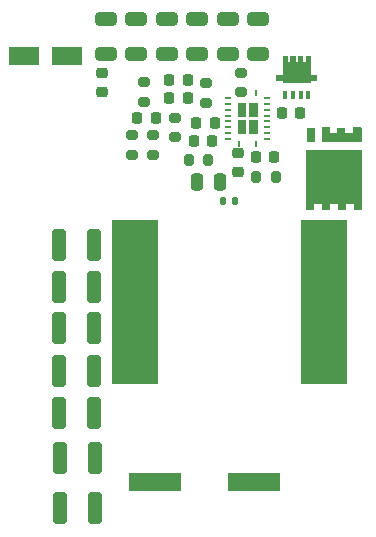
<source format=gbr>
%TF.GenerationSoftware,KiCad,Pcbnew,9.0.6*%
%TF.CreationDate,2026-02-08T18:04:32+01:00*%
%TF.ProjectId,Buck,4275636b-2e6b-4696-9361-645f70636258,B*%
%TF.SameCoordinates,Original*%
%TF.FileFunction,Paste,Top*%
%TF.FilePolarity,Positive*%
%FSLAX46Y46*%
G04 Gerber Fmt 4.6, Leading zero omitted, Abs format (unit mm)*
G04 Created by KiCad (PCBNEW 9.0.6) date 2026-02-08 18:04:32*
%MOMM*%
%LPD*%
G01*
G04 APERTURE LIST*
G04 Aperture macros list*
%AMRoundRect*
0 Rectangle with rounded corners*
0 $1 Rounding radius*
0 $2 $3 $4 $5 $6 $7 $8 $9 X,Y pos of 4 corners*
0 Add a 4 corners polygon primitive as box body*
4,1,4,$2,$3,$4,$5,$6,$7,$8,$9,$2,$3,0*
0 Add four circle primitives for the rounded corners*
1,1,$1+$1,$2,$3*
1,1,$1+$1,$4,$5*
1,1,$1+$1,$6,$7*
1,1,$1+$1,$8,$9*
0 Add four rect primitives between the rounded corners*
20,1,$1+$1,$2,$3,$4,$5,0*
20,1,$1+$1,$4,$5,$6,$7,0*
20,1,$1+$1,$6,$7,$8,$9,0*
20,1,$1+$1,$8,$9,$2,$3,0*%
%AMFreePoly0*
4,1,9,0.000001,0.700000,0.000001,0.000000,0.000000,-0.000001,-0.500000,-0.000001,-0.500001,0.000000,-0.500001,0.700000,-0.500000,0.700001,0.000000,0.700001,0.000001,0.700000,0.000001,0.700000,$1*%
%AMFreePoly1*
4,1,9,0.750001,3.365000,0.750001,0.000000,0.750000,-0.000001,0.000000,-0.000001,-0.000001,0.000000,-0.000001,3.365000,0.000000,3.365001,0.750000,3.365001,0.750001,3.365000,0.750001,3.365000,$1*%
%AMFreePoly2*
4,1,9,0.500001,0.000000,0.500001,-0.700000,0.500000,-0.700001,0.000000,-0.700001,-0.000001,-0.700000,-0.000001,0.000000,0.000000,0.000001,0.500000,0.000001,0.500001,0.000000,0.500001,0.000000,$1*%
%AMFreePoly3*
4,1,9,0.000001,0.000000,0.000001,-4.700000,0.000000,-4.700001,-4.534500,-4.700001,-4.534501,-4.700000,-4.534501,0.000000,-4.534500,0.000001,0.000000,0.000001,0.000001,0.000000,0.000001,0.000000,$1*%
G04 Aperture macros list end*
%ADD10C,0.000000*%
%ADD11RoundRect,0.250000X0.650000X-0.325000X0.650000X0.325000X-0.650000X0.325000X-0.650000X-0.325000X0*%
%ADD12RoundRect,0.225000X0.225000X0.250000X-0.225000X0.250000X-0.225000X-0.250000X0.225000X-0.250000X0*%
%ADD13RoundRect,0.200000X-0.200000X-0.275000X0.200000X-0.275000X0.200000X0.275000X-0.200000X0.275000X0*%
%ADD14RoundRect,0.250000X-0.250000X-0.475000X0.250000X-0.475000X0.250000X0.475000X-0.250000X0.475000X0*%
%ADD15RoundRect,0.225000X-0.225000X-0.250000X0.225000X-0.250000X0.225000X0.250000X-0.225000X0.250000X0*%
%ADD16RoundRect,0.250000X0.325000X1.100000X-0.325000X1.100000X-0.325000X-1.100000X0.325000X-1.100000X0*%
%ADD17RoundRect,0.250000X1.050000X0.550000X-1.050000X0.550000X-1.050000X-0.550000X1.050000X-0.550000X0*%
%ADD18RoundRect,0.225000X0.250000X-0.225000X0.250000X0.225000X-0.250000X0.225000X-0.250000X-0.225000X0*%
%ADD19RoundRect,0.200000X-0.275000X0.200000X-0.275000X-0.200000X0.275000X-0.200000X0.275000X0.200000X0*%
%ADD20R,4.000000X14.000000*%
%ADD21R,0.431800X0.660400*%
%ADD22R,0.300000X0.400000*%
%ADD23RoundRect,0.218750X-0.256250X0.218750X-0.256250X-0.218750X0.256250X-0.218750X0.256250X0.218750X0*%
%ADD24R,0.249999X0.599999*%
%ADD25R,0.599999X0.249999*%
%ADD26FreePoly0,270.000000*%
%ADD27R,0.650000X1.250000*%
%ADD28FreePoly1,270.000000*%
%ADD29FreePoly2,270.000000*%
%ADD30FreePoly3,270.000000*%
%ADD31RoundRect,0.200000X0.200000X0.275000X-0.200000X0.275000X-0.200000X-0.275000X0.200000X-0.275000X0*%
%ADD32RoundRect,0.135000X-0.135000X-0.185000X0.135000X-0.185000X0.135000X0.185000X-0.135000X0.185000X0*%
%ADD33RoundRect,0.200000X0.275000X-0.200000X0.275000X0.200000X-0.275000X0.200000X-0.275000X-0.200000X0*%
%ADD34R,4.500000X1.650000*%
G04 APERTURE END LIST*
D10*
%TO.C,Q1*%
G36*
X164765901Y-101449800D02*
G01*
X164984100Y-101449800D01*
X164984100Y-100979800D01*
X165415900Y-100979800D01*
X165415900Y-101449800D01*
X165634102Y-101449800D01*
X165634102Y-100979800D01*
X166065902Y-100979800D01*
X166065902Y-101449800D01*
X166284100Y-101449800D01*
X166284100Y-100979800D01*
X166715900Y-100979800D01*
X166715905Y-102529500D01*
X167254905Y-102529500D01*
X167254905Y-103099500D01*
X166715905Y-103099500D01*
X166715905Y-103279500D01*
X164334097Y-103279500D01*
X164334097Y-103099500D01*
X163795097Y-103099500D01*
X163795097Y-102529500D01*
X164334097Y-102529500D01*
X164334102Y-100979800D01*
X164765901Y-100979800D01*
X164765901Y-101449800D01*
G37*
%TO.C,U1*%
G36*
X161210761Y-104940937D02*
G01*
X161219907Y-104943711D01*
X161228335Y-104948217D01*
X161235724Y-104954277D01*
X161241784Y-104961666D01*
X161246290Y-104970094D01*
X161249064Y-104979241D01*
X161250001Y-104988750D01*
X161250001Y-106101250D01*
X161249064Y-106110760D01*
X161246290Y-106119906D01*
X161241784Y-106128334D01*
X161235724Y-106135723D01*
X161228335Y-106141783D01*
X161219907Y-106146289D01*
X161210761Y-106149063D01*
X161201251Y-106150000D01*
X160548750Y-106150000D01*
X160539241Y-106149063D01*
X160530094Y-106146289D01*
X160521666Y-106141783D01*
X160514277Y-106135723D01*
X160508217Y-106128334D01*
X160503711Y-106119906D01*
X160500937Y-106110760D01*
X160500000Y-106101250D01*
X160500000Y-104988750D01*
X160500937Y-104979241D01*
X160503711Y-104970094D01*
X160508217Y-104961666D01*
X160514277Y-104954277D01*
X160521666Y-104948217D01*
X160530094Y-104943711D01*
X160539241Y-104940937D01*
X160548750Y-104940000D01*
X161201251Y-104940000D01*
X161210761Y-104940937D01*
G37*
G36*
X161210761Y-106350937D02*
G01*
X161219907Y-106353711D01*
X161228335Y-106358217D01*
X161235724Y-106364277D01*
X161241784Y-106371666D01*
X161246290Y-106380094D01*
X161249064Y-106389240D01*
X161250001Y-106398750D01*
X161250001Y-107511250D01*
X161249064Y-107520759D01*
X161246290Y-107529906D01*
X161241784Y-107538334D01*
X161235724Y-107545723D01*
X161228335Y-107551783D01*
X161219907Y-107556289D01*
X161210761Y-107559063D01*
X161201251Y-107560000D01*
X160548750Y-107560000D01*
X160539241Y-107559063D01*
X160530094Y-107556289D01*
X160521666Y-107551783D01*
X160514277Y-107545723D01*
X160508217Y-107538334D01*
X160503711Y-107529906D01*
X160500937Y-107520759D01*
X160500000Y-107511250D01*
X160500000Y-106398750D01*
X160500937Y-106389240D01*
X160503711Y-106380094D01*
X160508217Y-106371666D01*
X160514277Y-106364277D01*
X160521666Y-106358217D01*
X160530094Y-106353711D01*
X160539241Y-106350937D01*
X160548750Y-106350000D01*
X161201251Y-106350000D01*
X161210761Y-106350937D01*
G37*
G36*
X162160761Y-104940937D02*
G01*
X162169908Y-104943711D01*
X162178336Y-104948217D01*
X162185725Y-104954277D01*
X162191785Y-104961666D01*
X162196291Y-104970094D01*
X162199065Y-104979241D01*
X162200002Y-104988750D01*
X162200002Y-106101250D01*
X162199065Y-106110760D01*
X162196291Y-106119906D01*
X162191785Y-106128334D01*
X162185725Y-106135723D01*
X162178336Y-106141783D01*
X162169908Y-106146289D01*
X162160761Y-106149063D01*
X162151252Y-106150000D01*
X161498751Y-106150000D01*
X161489241Y-106149063D01*
X161480095Y-106146289D01*
X161471667Y-106141783D01*
X161464278Y-106135723D01*
X161458218Y-106128334D01*
X161453712Y-106119906D01*
X161450938Y-106110760D01*
X161450001Y-106101250D01*
X161450001Y-104988750D01*
X161450938Y-104979241D01*
X161453712Y-104970094D01*
X161458218Y-104961666D01*
X161464278Y-104954277D01*
X161471667Y-104948217D01*
X161480095Y-104943711D01*
X161489241Y-104940937D01*
X161498751Y-104940000D01*
X162151252Y-104940000D01*
X162160761Y-104940937D01*
G37*
G36*
X162160761Y-106350937D02*
G01*
X162169908Y-106353711D01*
X162178336Y-106358217D01*
X162185725Y-106364277D01*
X162191785Y-106371666D01*
X162196291Y-106380094D01*
X162199065Y-106389240D01*
X162200002Y-106398750D01*
X162200002Y-107511250D01*
X162199065Y-107520759D01*
X162196291Y-107529906D01*
X162191785Y-107538334D01*
X162185725Y-107545723D01*
X162178336Y-107551783D01*
X162169908Y-107556289D01*
X162160761Y-107559063D01*
X162151252Y-107560000D01*
X161498751Y-107560000D01*
X161489241Y-107559063D01*
X161480095Y-107556289D01*
X161471667Y-107551783D01*
X161464278Y-107545723D01*
X161458218Y-107538334D01*
X161453712Y-107529906D01*
X161450938Y-107520759D01*
X161450001Y-107511250D01*
X161450001Y-106398750D01*
X161450938Y-106389240D01*
X161453712Y-106380094D01*
X161458218Y-106371666D01*
X161464278Y-106364277D01*
X161471667Y-106358217D01*
X161480095Y-106353711D01*
X161489241Y-106350937D01*
X161498751Y-106350000D01*
X162151252Y-106350000D01*
X162160761Y-106350937D01*
G37*
%TD*%
D11*
%TO.C,C7*%
X159700000Y-100775000D03*
X159700000Y-97825000D03*
%TD*%
D12*
%TO.C,C13*%
X158375000Y-108150000D03*
X156825000Y-108150000D03*
%TD*%
D11*
%TO.C,C3*%
X151900000Y-100775000D03*
X151900000Y-97825000D03*
%TD*%
D13*
%TO.C,R6*%
X162100000Y-111200000D03*
X163750000Y-111200000D03*
%TD*%
D14*
%TO.C,C5*%
X157100000Y-111600000D03*
X159000000Y-111600000D03*
%TD*%
D15*
%TO.C,C11*%
X162025000Y-109500000D03*
X163575000Y-109500000D03*
%TD*%
D16*
%TO.C,C23*%
X148450000Y-135000000D03*
X145500000Y-135000000D03*
%TD*%
D15*
%TO.C,C12*%
X164225000Y-105750000D03*
X165775000Y-105750000D03*
%TD*%
D17*
%TO.C,C1*%
X146050000Y-101000000D03*
X142450000Y-101000000D03*
%TD*%
D18*
%TO.C,C10*%
X149000000Y-103975000D03*
X149000000Y-102425000D03*
%TD*%
D19*
%TO.C,R8*%
X151600000Y-107675000D03*
X151600000Y-109325000D03*
%TD*%
D16*
%TO.C,C18*%
X148375000Y-124000000D03*
X145425000Y-124000000D03*
%TD*%
D15*
%TO.C,R20*%
X154725000Y-104500000D03*
X156275000Y-104500000D03*
%TD*%
D20*
%TO.C,L1*%
X167800000Y-121800000D03*
X151800000Y-121800000D03*
%TD*%
D21*
%TO.C,Q1*%
X164550002Y-104250000D03*
X165200000Y-104250000D03*
X165850002Y-104250000D03*
X166500000Y-104250000D03*
D22*
X166500000Y-101180000D03*
X165850002Y-101180000D03*
X165200000Y-101180000D03*
X164550002Y-101180000D03*
%TD*%
D23*
%TO.C,D1*%
X160500000Y-109212500D03*
X160500000Y-110787500D03*
%TD*%
D19*
%TO.C,R4*%
X152600000Y-103175000D03*
X152600000Y-104825000D03*
%TD*%
D11*
%TO.C,C2*%
X149400000Y-100775000D03*
X149400000Y-97825000D03*
%TD*%
D24*
%TO.C,U1*%
X160600000Y-104099999D03*
D25*
X159700002Y-104500001D03*
X159700002Y-105000000D03*
X159700002Y-105500002D03*
X159700002Y-106000000D03*
X159700002Y-106500002D03*
X159700002Y-107000001D03*
X159700002Y-107500000D03*
X159700002Y-107999999D03*
D24*
X160600000Y-108400001D03*
X162100002Y-108400001D03*
D25*
X163000000Y-107999999D03*
X163000000Y-107500000D03*
X163000000Y-106999998D03*
X163000000Y-106500000D03*
X163000000Y-105999998D03*
X163000000Y-105499999D03*
X163000000Y-105000000D03*
X163000000Y-104499998D03*
D24*
X162100002Y-104099999D03*
%TD*%
D26*
%TO.C,Q2*%
X170310400Y-107500000D03*
D27*
X170667000Y-107625000D03*
X169295800Y-107625000D03*
D26*
X167645400Y-107500000D03*
D28*
X167645400Y-107500000D03*
D27*
X168000000Y-107625000D03*
X166755800Y-107625000D03*
X166653800Y-113325000D03*
D29*
X167010400Y-113450000D03*
D27*
X168000000Y-113325000D03*
D29*
X168345400Y-113450000D03*
D27*
X169320800Y-113325000D03*
D29*
X169675400Y-113450000D03*
D27*
X170667000Y-113325000D03*
D29*
X171010400Y-113450000D03*
D30*
X171010400Y-113450000D03*
%TD*%
D31*
%TO.C,R5*%
X158025000Y-109750000D03*
X156375000Y-109750000D03*
%TD*%
D32*
%TO.C,R1*%
X159290000Y-113200000D03*
X160310000Y-113200000D03*
%TD*%
D11*
%TO.C,C9*%
X162200000Y-100775000D03*
X162200000Y-97825000D03*
%TD*%
D16*
%TO.C,C19*%
X148350000Y-131200000D03*
X145400000Y-131200000D03*
%TD*%
D19*
%TO.C,R9*%
X153350000Y-107675000D03*
X153350000Y-109325000D03*
%TD*%
D16*
%TO.C,C22*%
X148450000Y-139250000D03*
X145500000Y-139250000D03*
%TD*%
D12*
%TO.C,C17*%
X153575000Y-106225000D03*
X152025000Y-106225000D03*
%TD*%
D16*
%TO.C,C16*%
X148375000Y-120500000D03*
X145425000Y-120500000D03*
%TD*%
D15*
%TO.C,C8*%
X154725000Y-103000000D03*
X156275000Y-103000000D03*
%TD*%
D33*
%TO.C,R7*%
X155200000Y-107825000D03*
X155200000Y-106175000D03*
%TD*%
D16*
%TO.C,C20*%
X148350000Y-127600000D03*
X145400000Y-127600000D03*
%TD*%
D11*
%TO.C,C4*%
X154500000Y-100775000D03*
X154500000Y-97825000D03*
%TD*%
D33*
%TO.C,R3*%
X160800000Y-104025000D03*
X160800000Y-102375000D03*
%TD*%
D11*
%TO.C,C6*%
X157100000Y-100775000D03*
X157100000Y-97825000D03*
%TD*%
D34*
%TO.C,C21*%
X153500000Y-137000000D03*
X161900000Y-137000000D03*
%TD*%
D12*
%TO.C,C14*%
X158575000Y-106600000D03*
X157025000Y-106600000D03*
%TD*%
D16*
%TO.C,C15*%
X148375000Y-117000000D03*
X145425000Y-117000000D03*
%TD*%
D33*
%TO.C,R2*%
X157800000Y-104900000D03*
X157800000Y-103250000D03*
%TD*%
M02*

</source>
